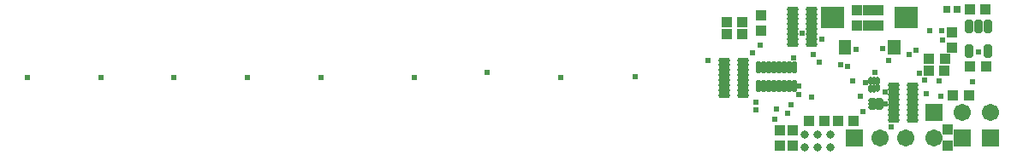
<source format=gbs>
G04*
G04 #@! TF.GenerationSoftware,Altium Limited,Altium Designer,20.2.4 (192)*
G04*
G04 Layer_Color=16711935*
%FSLAX25Y25*%
%MOIN*%
G70*
G04*
G04 #@! TF.SameCoordinates,E28A416E-137A-4DA4-96E8-27F400694B22*
G04*
G04*
G04 #@! TF.FilePolarity,Negative*
G04*
G01*
G75*
%ADD43R,0.03950X0.04100*%
%ADD58R,0.04100X0.03950*%
%ADD60O,0.04540X0.08280*%
%ADD61C,0.04934*%
%ADD62C,0.06706*%
%ADD63R,0.06706X0.06706*%
%ADD64C,0.03150*%
%ADD65R,0.06706X0.06706*%
%ADD66C,0.02375*%
G04:AMPARAMS|DCode=84|XSize=45.04mil|YSize=21.42mil|CornerRadius=7.85mil|HoleSize=0mil|Usage=FLASHONLY|Rotation=90.000|XOffset=0mil|YOffset=0mil|HoleType=Round|Shape=RoundedRectangle|*
%AMROUNDEDRECTD84*
21,1,0.04504,0.00571,0,0,90.0*
21,1,0.02933,0.02142,0,0,90.0*
1,1,0.01571,0.00285,0.01467*
1,1,0.01571,0.00285,-0.01467*
1,1,0.01571,-0.00285,-0.01467*
1,1,0.01571,-0.00285,0.01467*
%
%ADD84ROUNDEDRECTD84*%
G04:AMPARAMS|DCode=85|XSize=45.04mil|YSize=21.42mil|CornerRadius=7.85mil|HoleSize=0mil|Usage=FLASHONLY|Rotation=180.000|XOffset=0mil|YOffset=0mil|HoleType=Round|Shape=RoundedRectangle|*
%AMROUNDEDRECTD85*
21,1,0.04504,0.00571,0,0,180.0*
21,1,0.02933,0.02142,0,0,180.0*
1,1,0.01571,-0.01467,0.00285*
1,1,0.01571,0.01467,0.00285*
1,1,0.01571,0.01467,-0.00285*
1,1,0.01571,-0.01467,-0.00285*
%
%ADD85ROUNDEDRECTD85*%
G04:AMPARAMS|DCode=86|XSize=31.5mil|YSize=18.5mil|CornerRadius=6.19mil|HoleSize=0mil|Usage=FLASHONLY|Rotation=0.000|XOffset=0mil|YOffset=0mil|HoleType=Round|Shape=RoundedRectangle|*
%AMROUNDEDRECTD86*
21,1,0.03150,0.00613,0,0,0.0*
21,1,0.01913,0.01850,0,0,0.0*
1,1,0.01237,0.00956,-0.00307*
1,1,0.01237,-0.00956,-0.00307*
1,1,0.01237,-0.00956,0.00307*
1,1,0.01237,0.00956,0.00307*
%
%ADD86ROUNDEDRECTD86*%
G04:AMPARAMS|DCode=87|XSize=33.47mil|YSize=18.5mil|CornerRadius=6.19mil|HoleSize=0mil|Usage=FLASHONLY|Rotation=0.000|XOffset=0mil|YOffset=0mil|HoleType=Round|Shape=RoundedRectangle|*
%AMROUNDEDRECTD87*
21,1,0.03347,0.00613,0,0,0.0*
21,1,0.02109,0.01850,0,0,0.0*
1,1,0.01237,0.01055,-0.00307*
1,1,0.01237,-0.01055,-0.00307*
1,1,0.01237,-0.01055,0.00307*
1,1,0.01237,0.01055,0.00307*
%
%ADD87ROUNDEDRECTD87*%
G04:AMPARAMS|DCode=88|XSize=55.64mil|YSize=30.84mil|CornerRadius=6.85mil|HoleSize=0mil|Usage=FLASHONLY|Rotation=270.000|XOffset=0mil|YOffset=0mil|HoleType=Round|Shape=RoundedRectangle|*
%AMROUNDEDRECTD88*
21,1,0.05564,0.01713,0,0,270.0*
21,1,0.04193,0.03084,0,0,270.0*
1,1,0.01371,-0.00856,-0.02097*
1,1,0.01371,-0.00856,0.02097*
1,1,0.01371,0.00856,0.02097*
1,1,0.01371,0.00856,-0.02097*
%
%ADD88ROUNDEDRECTD88*%
%ADD89R,0.03162X0.02769*%
G04:AMPARAMS|DCode=90|XSize=31.5mil|YSize=18.5mil|CornerRadius=6.19mil|HoleSize=0mil|Usage=FLASHONLY|Rotation=270.000|XOffset=0mil|YOffset=0mil|HoleType=Round|Shape=RoundedRectangle|*
%AMROUNDEDRECTD90*
21,1,0.03150,0.00613,0,0,270.0*
21,1,0.01913,0.01850,0,0,270.0*
1,1,0.01237,-0.00307,-0.00956*
1,1,0.01237,-0.00307,0.00956*
1,1,0.01237,0.00307,0.00956*
1,1,0.01237,0.00307,-0.00956*
%
%ADD90ROUNDEDRECTD90*%
G04:AMPARAMS|DCode=91|XSize=33.47mil|YSize=18.5mil|CornerRadius=6.19mil|HoleSize=0mil|Usage=FLASHONLY|Rotation=270.000|XOffset=0mil|YOffset=0mil|HoleType=Round|Shape=RoundedRectangle|*
%AMROUNDEDRECTD91*
21,1,0.03347,0.00613,0,0,270.0*
21,1,0.02109,0.01850,0,0,270.0*
1,1,0.01237,-0.00307,-0.01055*
1,1,0.01237,-0.00307,0.01055*
1,1,0.01237,0.00307,0.01055*
1,1,0.01237,0.00307,-0.01055*
%
%ADD91ROUNDEDRECTD91*%
G36*
X333556Y38386D02*
X328642D01*
Y44096D01*
X333556D01*
Y38386D01*
D02*
G37*
G36*
X330799Y48917D02*
X321752D01*
Y57198D01*
X330799D01*
Y48917D01*
D02*
G37*
G36*
X352662Y38386D02*
X347736D01*
Y44095D01*
X352662D01*
Y38386D01*
D02*
G37*
G36*
X359550Y48917D02*
X350492D01*
Y57187D01*
X359550D01*
Y48917D01*
D02*
G37*
D43*
X298379Y53806D02*
D03*
Y47605D02*
D03*
X305780Y2605D02*
D03*
Y8806D02*
D03*
X310680Y8906D02*
D03*
Y2705D02*
D03*
X371161Y2805D02*
D03*
Y9006D02*
D03*
X335879Y55906D02*
D03*
Y49705D02*
D03*
X340079Y55906D02*
D03*
Y49705D02*
D03*
X344280Y55906D02*
D03*
Y49705D02*
D03*
X372835Y40994D02*
D03*
Y47195D02*
D03*
D58*
X323280Y12306D02*
D03*
X317079D02*
D03*
X291180Y51006D02*
D03*
X284979D02*
D03*
X291180Y46505D02*
D03*
X284979D02*
D03*
X328379Y12306D02*
D03*
X334580D02*
D03*
X369980Y36705D02*
D03*
X363779D02*
D03*
X369880Y32206D02*
D03*
X363679D02*
D03*
X379331Y22343D02*
D03*
X373130D02*
D03*
X385974Y33858D02*
D03*
X379774D02*
D03*
X379675Y56004D02*
D03*
X385876D02*
D03*
D60*
X326821Y53051D02*
D03*
X354478D02*
D03*
D61*
X331102Y41240D02*
D03*
X350197D02*
D03*
D62*
X365748Y5847D02*
D03*
X354685Y5807D02*
D03*
X344685D02*
D03*
X376772Y15846D02*
D03*
X387795D02*
D03*
D63*
X365748D02*
D03*
X376772Y5847D02*
D03*
X387795D02*
D03*
D64*
X315571Y7264D02*
D03*
X320571D02*
D03*
X325571D02*
D03*
X315571Y2264D02*
D03*
X320571D02*
D03*
X325571D02*
D03*
D65*
X334685Y5807D02*
D03*
D66*
X346834Y23769D02*
D03*
X321200Y35600D02*
D03*
X318076Y21680D02*
D03*
X332279Y33792D02*
D03*
X329372Y34592D02*
D03*
X334080Y28106D02*
D03*
X318766Y38519D02*
D03*
X358780Y40097D02*
D03*
X304900Y8600D02*
D03*
X370500Y9100D02*
D03*
X345800Y40800D02*
D03*
X297900Y46900D02*
D03*
X308684Y15280D02*
D03*
X69882Y29528D02*
D03*
X98425D02*
D03*
X249295Y29709D02*
D03*
X163386Y29528D02*
D03*
X191929Y31315D02*
D03*
X12795Y29528D02*
D03*
X41339D02*
D03*
X126969D02*
D03*
X220472D02*
D03*
X277728Y36248D02*
D03*
X295280Y39105D02*
D03*
X298280Y42206D02*
D03*
X296580Y19705D02*
D03*
X310179Y18805D02*
D03*
X304380Y17133D02*
D03*
X349016Y10269D02*
D03*
X314380Y46905D02*
D03*
X311135Y37051D02*
D03*
X313131Y22705D02*
D03*
X313275Y26028D02*
D03*
X337179Y22180D02*
D03*
X338066Y16219D02*
D03*
X335479Y40306D02*
D03*
X368679Y47905D02*
D03*
X383098Y49616D02*
D03*
X380879Y27606D02*
D03*
X383236Y39597D02*
D03*
X368392Y22118D02*
D03*
X364079Y47905D02*
D03*
X362792Y22993D02*
D03*
X303825Y13261D02*
D03*
X298079Y54405D02*
D03*
X296580Y16605D02*
D03*
X322280Y44405D02*
D03*
X339179Y27305D02*
D03*
X362179Y28506D02*
D03*
X360080Y31106D02*
D03*
X367663Y28114D02*
D03*
X373079Y22605D02*
D03*
X348280Y36018D02*
D03*
X368980Y44105D02*
D03*
X355979Y38405D02*
D03*
X342881Y31317D02*
D03*
X346645Y19195D02*
D03*
D84*
X311316Y26201D02*
D03*
X309348D02*
D03*
X307380D02*
D03*
X305411D02*
D03*
X303443D02*
D03*
X301474D02*
D03*
X299505D02*
D03*
X297537D02*
D03*
Y33406D02*
D03*
X299505D02*
D03*
X301474D02*
D03*
X303443D02*
D03*
X305411D02*
D03*
X307380D02*
D03*
X309348D02*
D03*
X311316D02*
D03*
D85*
X317980Y42437D02*
D03*
Y44405D02*
D03*
Y46374D02*
D03*
Y48342D02*
D03*
Y50311D02*
D03*
Y52280D02*
D03*
Y54248D02*
D03*
Y56217D02*
D03*
X310775D02*
D03*
Y54248D02*
D03*
Y52280D02*
D03*
Y50311D02*
D03*
Y48342D02*
D03*
Y46374D02*
D03*
Y44405D02*
D03*
Y42437D02*
D03*
X357484Y26574D02*
D03*
Y24606D02*
D03*
Y22637D02*
D03*
Y20669D02*
D03*
Y18700D02*
D03*
Y16732D02*
D03*
Y14763D02*
D03*
Y12795D02*
D03*
X350279D02*
D03*
Y14763D02*
D03*
Y16732D02*
D03*
Y18700D02*
D03*
Y20669D02*
D03*
Y22637D02*
D03*
Y24606D02*
D03*
Y26574D02*
D03*
X284275Y36248D02*
D03*
Y34280D02*
D03*
Y32311D02*
D03*
Y30343D02*
D03*
Y28374D02*
D03*
Y26406D02*
D03*
Y24437D02*
D03*
Y22468D02*
D03*
X291479D02*
D03*
Y24437D02*
D03*
Y26406D02*
D03*
Y28374D02*
D03*
Y30343D02*
D03*
Y32311D02*
D03*
Y34280D02*
D03*
Y36248D02*
D03*
D86*
X344516Y17728D02*
D03*
Y19105D02*
D03*
X341642Y17728D02*
D03*
Y20483D02*
D03*
Y19105D02*
D03*
D87*
X344418Y20483D02*
D03*
D88*
X386811Y39646D02*
D03*
X379331D02*
D03*
X386811Y49528D02*
D03*
X383071D02*
D03*
X379331D02*
D03*
D89*
X374705Y56004D02*
D03*
X370768D02*
D03*
D90*
X341102Y25205D02*
D03*
X342479D02*
D03*
X341102Y28080D02*
D03*
X343858D02*
D03*
X342479D02*
D03*
D91*
X343858Y25304D02*
D03*
M02*

</source>
